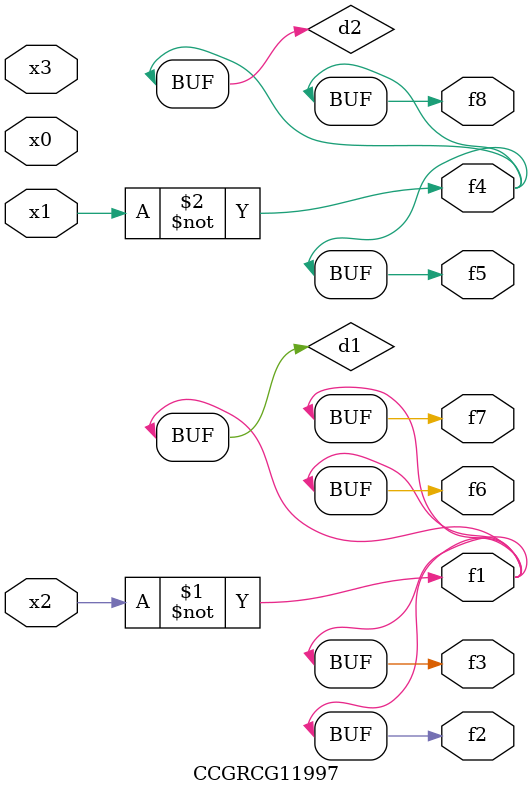
<source format=v>
module CCGRCG11997(
	input x0, x1, x2, x3,
	output f1, f2, f3, f4, f5, f6, f7, f8
);

	wire d1, d2;

	xnor (d1, x2);
	not (d2, x1);
	assign f1 = d1;
	assign f2 = d1;
	assign f3 = d1;
	assign f4 = d2;
	assign f5 = d2;
	assign f6 = d1;
	assign f7 = d1;
	assign f8 = d2;
endmodule

</source>
